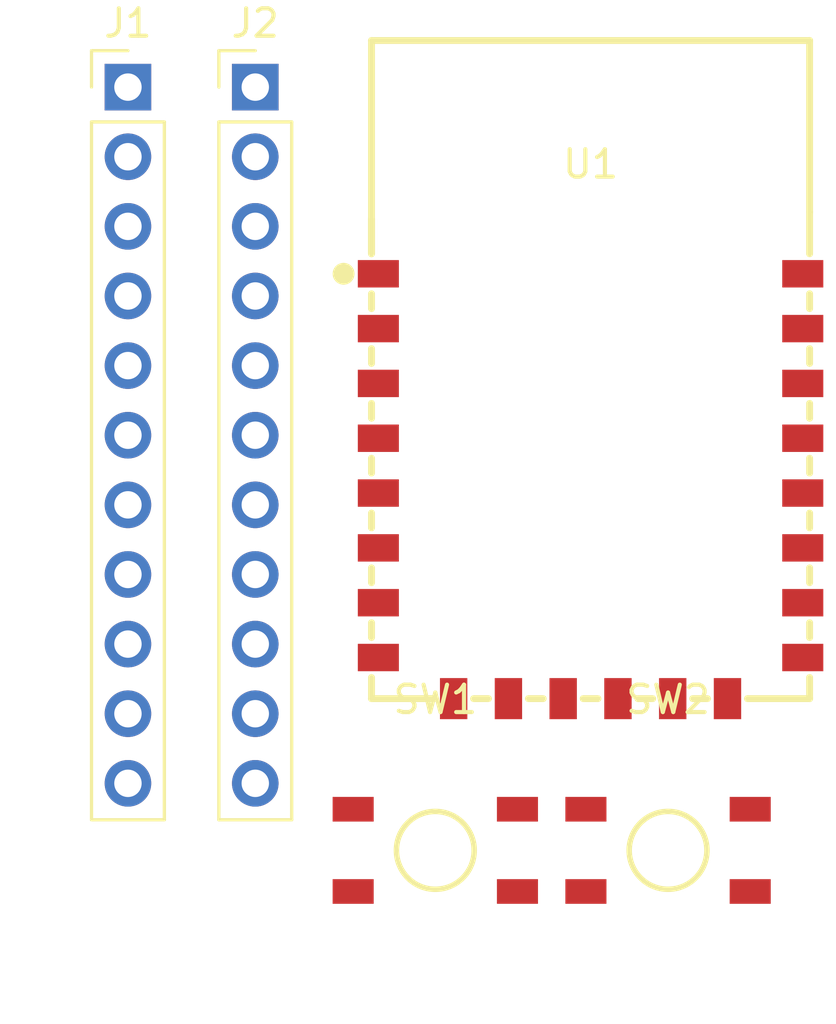
<source format=kicad_pcb>
(kicad_pcb (version 20240108) (generator "pcbnew") (generator_version "8.0")
  (layers (0 "F.Cu" signal) (31 "B.Cu" signal) (34 "B.Paste" user) (35 "F.Paste" user) (36 "B.SilkS" user "B.Silkscreen") (37 "F.SilkS" user "F.Silkscreen") (38 "B.Mask" user) (39 "F.Mask" user) (44 "Edge.Cuts" user))
  (net 0 "")
  (net 1 "Net-(J1-Pin_10)")
  (net 2 "Net-(J1-Pin_8)")
  (net 3 "Net-(J1-Pin_4)")
  (net 4 "Net-(J1-Pin_7)")
  (net 5 "Net-(J1-Pin_11)")
  (net 6 "Net-(J1-Pin_5)")
  (net 7 "Net-(J1-Pin_6)")
  (net 8 "Net-(J1-Pin_9)")
  (net 9 "Net-(J1-Pin_1)")
  (net 10 "Net-(J1-Pin_2)")
  (net 11 "Net-(J1-Pin_3)")
  (net 12 "Net-(J2-Pin_5)")
  (net 13 "Net-(J2-Pin_9)")
  (net 14 "Net-(J2-Pin_11)")
  (net 15 "Net-(J2-Pin_6)")
  (net 16 "Net-(J2-Pin_3)")
  (net 17 "Net-(J2-Pin_8)")
  (net 18 "Net-(J2-Pin_2)")
  (net 19 "Net-(J2-Pin_7)")
  (net 20 "Net-(J2-Pin_1)")
  (net 21 "Net-(J2-Pin_10)")
  (net 22 "Net-(J2-Pin_4)")
  (footprint "easyeda2kicad:WIRELM-SMD_ESP-12F" (layer "F.Cu") (at 97.92 56.965)
    (property "Reference" "U1" (at 0 -11.75 0) (layer "F.SilkS"))
    (property "Value" "ESP-12F")
    (fp_line (start -8 -16.26) (end -8 -8.48) (stroke (width 0.25)) (layer "F.SilkS"))
    (fp_line (start -8 -9.75) (end -8 -8.48) (stroke (width 0.25)) (layer "F.SilkS"))
    (fp_line (start -8 -7.02) (end -8 -6.48) (stroke (width 0.25)) (layer "F.SilkS"))
    (fp_line (start -8 -5.02) (end -8 -4.48) (stroke (width 0.25)) (layer "F.SilkS"))
    (fp_line (start -8 -3.02) (end -8 -2.48) (stroke (width 0.25)) (layer "F.SilkS"))
    (fp_line (start -8 -1.02) (end -8 -0.48) (stroke (width 0.25)) (layer "F.SilkS"))
    (fp_line (start -8 0.98) (end -8 1.52) (stroke (width 0.25)) (layer "F.SilkS"))
    (fp_line (start -8 2.98) (end -8 3.52) (stroke (width 0.25)) (layer "F.SilkS"))
    (fp_line (start -8 4.98) (end -8 5.52) (stroke (width 0.25)) (layer "F.SilkS"))
    (fp_line (start -8 7.75) (end -8 6.98) (stroke (width 0.25)) (layer "F.SilkS"))
    (fp_line (start -5.73 7.75) (end -8 7.75) (stroke (width 0.25)) (layer "F.SilkS"))
    (fp_line (start -3.73 7.75) (end -4.27 7.75) (stroke (width 0.25)) (layer "F.SilkS"))
    (fp_line (start -1.73 7.75) (end -2.27 7.75) (stroke (width 0.25)) (layer "F.SilkS"))
    (fp_line (start 0.27 7.75) (end -0.27 7.75) (stroke (width 0.25)) (layer "F.SilkS"))
    (fp_line (start 2.27 7.75) (end 1.73 7.75) (stroke (width 0.25)) (layer "F.SilkS"))
    (fp_line (start 4.27 7.75) (end 3.73 7.75) (stroke (width 0.25)) (layer "F.SilkS"))
    (fp_line (start 8 -16.26) (end -8 -16.26) (stroke (width 0.25)) (layer "F.SilkS"))
    (fp_line (start 8 -10) (end 8 -16.26) (stroke (width 0.25)) (layer "F.SilkS"))
    (fp_line (start 8 -10) (end 8 -8.48) (stroke (width 0.25)) (layer "F.SilkS"))
    (fp_line (start 8 -7.02) (end 8 -6.48) (stroke (width 0.25)) (layer "F.SilkS"))
    (fp_line (start 8 -5.02) (end 8 -4.48) (stroke (width 0.25)) (layer "F.SilkS"))
    (fp_line (start 8 -3.02) (end 8 -2.48) (stroke (width 0.25)) (layer "F.SilkS"))
    (fp_line (start 8 -1.02) (end 8 -0.48) (stroke (width 0.25)) (layer "F.SilkS"))
    (fp_line (start 8 0.98) (end 8 1.52) (stroke (width 0.25)) (layer "F.SilkS"))
    (fp_line (start 8 2.98) (end 8 3.52) (stroke (width 0.25)) (layer "F.SilkS"))
    (fp_line (start 8 4.98) (end 8 5.52) (stroke (width 0.25)) (layer "F.SilkS"))
    (fp_line (start 8 6.98) (end 8 7.75) (stroke (width 0.25)) (layer "F.SilkS"))
    (fp_line (start 8 7.75) (end 5.73 7.75) (stroke (width 0.25)) (layer "F.SilkS"))
    (fp_circle (center -9.02 -7.75) (end -8.82 -7.75) (stroke (width 0.4)) (fill none) (layer "F.SilkS"))
    (pad "1" smd rect (at -7.75 -7.75) (size 1.5 1) (layers "F.Cu" "F.Paste" "F.Mask") (net 14 "Net-(J2-Pin_11)"))
    (pad "2" smd rect (at -7.75 -5.75) (size 1.5 1) (layers "F.Cu" "F.Paste" "F.Mask") (net 21 "Net-(J2-Pin_10)"))
    (pad "3" smd rect (at -7.75 -3.75) (size 1.5 1) (layers "F.Cu" "F.Paste" "F.Mask") (net 13 "Net-(J2-Pin_9)"))
    (pad "4" smd rect (at -7.75 -1.75) (size 1.5 1) (layers "F.Cu" "F.Paste" "F.Mask") (net 17 "Net-(J2-Pin_8)"))
    (pad "5" smd rect (at -7.75 0.25) (size 1.5 1) (layers "F.Cu" "F.Paste" "F.Mask") (net 19 "Net-(J2-Pin_7)"))
    (pad "6" smd rect (at -7.75 2.25) (size 1.5 1) (layers "F.Cu" "F.Paste" "F.Mask") (net 15 "Net-(J2-Pin_6)"))
    (pad "7" smd rect (at -7.75 4.25) (size 1.5 1) (layers "F.Cu" "F.Paste" "F.Mask") (net 12 "Net-(J2-Pin_5)"))
    (pad "8" smd rect (at -7.75 6.25) (size 1.5 1) (layers "F.Cu" "F.Paste" "F.Mask") (net 22 "Net-(J2-Pin_4)"))
    (pad "9" smd rect (at -5 7.75 90) (size 1.5 1) (layers "F.Cu" "F.Paste" "F.Mask") (net 16 "Net-(J2-Pin_3)"))
    (pad "10" smd rect (at -3 7.75 90) (size 1.5 1) (layers "F.Cu" "F.Paste" "F.Mask") (net 18 "Net-(J2-Pin_2)"))
    (pad "11" smd rect (at -1 7.75 90) (size 1.5 1) (layers "F.Cu" "F.Paste" "F.Mask") (net 20 "Net-(J2-Pin_1)"))
    (pad "12" smd rect (at 1 7.75 90) (size 1.5 1) (layers "F.Cu" "F.Paste" "F.Mask") (net 5 "Net-(J1-Pin_11)"))
    (pad "13" smd rect (at 3 7.75 90) (size 1.5 1) (layers "F.Cu" "F.Paste" "F.Mask") (net 1 "Net-(J1-Pin_10)"))
    (pad "14" smd rect (at 5 7.75 90) (size 1.5 1) (layers "F.Cu" "F.Paste" "F.Mask") (net 8 "Net-(J1-Pin_9)"))
    (pad "15" smd rect (at 7.75 6.25 180) (size 1.5 1) (layers "F.Cu" "F.Paste" "F.Mask") (net 2 "Net-(J1-Pin_8)"))
    (pad "16" smd rect (at 7.75 4.25 180) (size 1.5 1) (layers "F.Cu" "F.Paste" "F.Mask") (net 4 "Net-(J1-Pin_7)"))
    (pad "17" smd rect (at 7.75 2.25 180) (size 1.5 1) (layers "F.Cu" "F.Paste" "F.Mask") (net 7 "Net-(J1-Pin_6)"))
    (pad "18" smd rect (at 7.75 0.25 180) (size 1.5 1) (layers "F.Cu" "F.Paste" "F.Mask") (net 6 "Net-(J1-Pin_5)"))
    (pad "19" smd rect (at 7.75 -1.75 180) (size 1.5 1) (layers "F.Cu" "F.Paste" "F.Mask") (net 3 "Net-(J1-Pin_4)"))
    (pad "20" smd rect (at 7.75 -3.75 180) (size 1.5 1) (layers "F.Cu" "F.Paste" "F.Mask") (net 11 "Net-(J1-Pin_3)"))
    (pad "21" smd rect (at 7.75 -5.75 180) (size 1.5 1) (layers "F.Cu" "F.Paste" "F.Mask") (net 10 "Net-(J1-Pin_2)"))
    (pad "22" smd rect (at 7.75 -7.75 180) (size 1.5 1) (layers "F.Cu" "F.Paste" "F.Mask") (net 9 "Net-(J1-Pin_1)"))
  )
  (footprint "easyeda2kicad:KEY-SMD_4P-L4.5-W4.5-P3.00-LS6.8" (layer "F.Cu") (at 100.75 70.25)
    (property "Reference" "SW2" (at 0 -5.5 0) (layer "F.SilkS"))
    (property "Value" "TSC015A03518A")
    (fp_circle (center 0 0) (end 1.42 0) (stroke (width 0.2)) (fill none) (layer "F.SilkS"))
    (pad "1" smd rect (at -3 -1.5) (size 1.5 0.9) (layers "F.Cu" "F.Paste" "F.Mask"))
    (pad "2" smd rect (at -3 1.5) (size 1.5 0.9) (layers "F.Cu" "F.Paste" "F.Mask"))
    (pad "3" smd rect (at 3 1.5) (size 1.5 0.9) (layers "F.Cu" "F.Paste" "F.Mask") (net 6 "Net-(J1-Pin_5)"))
    (pad "4" smd rect (at 3 -1.5) (size 1.5 0.9) (layers "F.Cu" "F.Paste" "F.Mask") (net 2 "Net-(J1-Pin_8)"))
  )
  (footprint "easyeda2kicad:KEY-SMD_4P-L4.5-W4.5-P3.00-LS6.8" (layer "F.Cu") (at 92.25 70.25)
    (property "Reference" "SW1" (at 0 -5.5 0) (layer "F.SilkS"))
    (property "Value" "TSC015A03518A")
    (fp_circle (center 0 0) (end 1.42 0) (stroke (width 0.2)) (fill none) (layer "F.SilkS"))
    (pad "1" smd rect (at -3 -1.5) (size 1.5 0.9) (layers "F.Cu" "F.Paste" "F.Mask"))
    (pad "2" smd rect (at -3 1.5) (size 1.5 0.9) (layers "F.Cu" "F.Paste" "F.Mask"))
    (pad "3" smd rect (at 3 1.5) (size 1.5 0.9) (layers "F.Cu" "F.Paste" "F.Mask") (net 2 "Net-(J1-Pin_8)"))
    (pad "4" smd rect (at 3 -1.5) (size 1.5 0.9) (layers "F.Cu" "F.Paste" "F.Mask") (net 14 "Net-(J2-Pin_11)"))
  )
  (footprint "Connector_PinHeader_2.54mm:PinHeader_1x11_P2.54mm_Vertical" (layer "F.Cu") (at 81.025 42.405)
    (property "Reference" "J1" (at 0 -2.33 0) (layer "F.SilkS"))
    (property "Value" "Conn_01x11")
    (fp_line (start -1.33 -1.33) (end 0 -1.33) (stroke (width 0.12)) (layer "F.SilkS"))
    (fp_line (start -1.33 0) (end -1.33 -1.33) (stroke (width 0.12)) (layer "F.SilkS"))
    (fp_line (start -1.33 1.27) (end -1.33 26.73) (stroke (width 0.12)) (layer "F.SilkS"))
    (fp_line (start -1.33 1.27) (end 1.33 1.27) (stroke (width 0.12)) (layer "F.SilkS"))
    (fp_line (start -1.33 26.73) (end 1.33 26.73) (stroke (width 0.12)) (layer "F.SilkS"))
    (fp_line (start 1.33 1.27) (end 1.33 26.73) (stroke (width 0.12)) (layer "F.SilkS"))
    (pad "1" thru_hole rect (at 0 0) (size 1.7 1.7) (drill 1) (layers "*.Cu" "*.Mask") (net 9 "Net-(J1-Pin_1)"))
    (pad "2" thru_hole oval (at 0 2.54) (size 1.7 1.7) (drill 1) (layers "*.Cu" "*.Mask") (net 10 "Net-(J1-Pin_2)"))
    (pad "3" thru_hole oval (at 0 5.08) (size 1.7 1.7) (drill 1) (layers "*.Cu" "*.Mask") (net 11 "Net-(J1-Pin_3)"))
    (pad "4" thru_hole oval (at 0 7.62) (size 1.7 1.7) (drill 1) (layers "*.Cu" "*.Mask") (net 3 "Net-(J1-Pin_4)"))
    (pad "5" thru_hole oval (at 0 10.16) (size 1.7 1.7) (drill 1) (layers "*.Cu" "*.Mask") (net 6 "Net-(J1-Pin_5)"))
    (pad "6" thru_hole oval (at 0 12.7) (size 1.7 1.7) (drill 1) (layers "*.Cu" "*.Mask") (net 7 "Net-(J1-Pin_6)"))
    (pad "7" thru_hole oval (at 0 15.24) (size 1.7 1.7) (drill 1) (layers "*.Cu" "*.Mask") (net 4 "Net-(J1-Pin_7)"))
    (pad "8" thru_hole oval (at 0 17.78) (size 1.7 1.7) (drill 1) (layers "*.Cu" "*.Mask") (net 2 "Net-(J1-Pin_8)"))
    (pad "9" thru_hole oval (at 0 20.32) (size 1.7 1.7) (drill 1) (layers "*.Cu" "*.Mask") (net 8 "Net-(J1-Pin_9)"))
    (pad "10" thru_hole oval (at 0 22.86) (size 1.7 1.7) (drill 1) (layers "*.Cu" "*.Mask") (net 1 "Net-(J1-Pin_10)"))
    (pad "11" thru_hole oval (at 0 25.4) (size 1.7 1.7) (drill 1) (layers "*.Cu" "*.Mask") (net 5 "Net-(J1-Pin_11)"))
  )
  (footprint "Connector_PinHeader_2.54mm:PinHeader_1x11_P2.54mm_Vertical" (layer "F.Cu") (at 85.675 42.405)
    (property "Reference" "J2" (at 0 -2.33 0) (layer "F.SilkS"))
    (property "Value" "Conn_01x11")
    (fp_line (start -1.33 -1.33) (end 0 -1.33) (stroke (width 0.12)) (layer "F.SilkS"))
    (fp_line (start -1.33 0) (end -1.33 -1.33) (stroke (width 0.12)) (layer "F.SilkS"))
    (fp_line (start -1.33 1.27) (end -1.33 26.73) (stroke (width 0.12)) (layer "F.SilkS"))
    (fp_line (start -1.33 1.27) (end 1.33 1.27) (stroke (width 0.12)) (layer "F.SilkS"))
    (fp_line (start -1.33 26.73) (end 1.33 26.73) (stroke (width 0.12)) (layer "F.SilkS"))
    (fp_line (start 1.33 1.27) (end 1.33 26.73) (stroke (width 0.12)) (layer "F.SilkS"))
    (pad "1" thru_hole rect (at 0 0) (size 1.7 1.7) (drill 1) (layers "*.Cu" "*.Mask") (net 20 "Net-(J2-Pin_1)"))
    (pad "2" thru_hole oval (at 0 2.54) (size 1.7 1.7) (drill 1) (layers "*.Cu" "*.Mask") (net 18 "Net-(J2-Pin_2)"))
    (pad "3" thru_hole oval (at 0 5.08) (size 1.7 1.7) (drill 1) (layers "*.Cu" "*.Mask") (net 16 "Net-(J2-Pin_3)"))
    (pad "4" thru_hole oval (at 0 7.62) (size 1.7 1.7) (drill 1) (layers "*.Cu" "*.Mask") (net 22 "Net-(J2-Pin_4)"))
    (pad "5" thru_hole oval (at 0 10.16) (size 1.7 1.7) (drill 1) (layers "*.Cu" "*.Mask") (net 12 "Net-(J2-Pin_5)"))
    (pad "6" thru_hole oval (at 0 12.7) (size 1.7 1.7) (drill 1) (layers "*.Cu" "*.Mask") (net 15 "Net-(J2-Pin_6)"))
    (pad "7" thru_hole oval (at 0 15.24) (size 1.7 1.7) (drill 1) (layers "*.Cu" "*.Mask") (net 19 "Net-(J2-Pin_7)"))
    (pad "8" thru_hole oval (at 0 17.78) (size 1.7 1.7) (drill 1) (layers "*.Cu" "*.Mask") (net 17 "Net-(J2-Pin_8)"))
    (pad "9" thru_hole oval (at 0 20.32) (size 1.7 1.7) (drill 1) (layers "*.Cu" "*.Mask") (net 13 "Net-(J2-Pin_9)"))
    (pad "10" thru_hole oval (at 0 22.86) (size 1.7 1.7) (drill 1) (layers "*.Cu" "*.Mask") (net 21 "Net-(J2-Pin_10)"))
    (pad "11" thru_hole oval (at 0 25.4) (size 1.7 1.7) (drill 1) (layers "*.Cu" "*.Mask") (net 14 "Net-(J2-Pin_11)"))
  )
)
</source>
